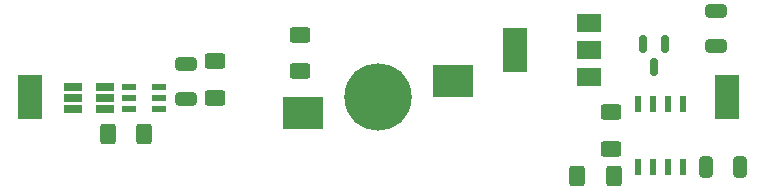
<source format=gbr>
%TF.GenerationSoftware,KiCad,Pcbnew,7.0.10*%
%TF.CreationDate,2024-10-13T16:46:53+02:00*%
%TF.ProjectId,Luz solar,4c757a20-736f-46c6-9172-2e6b69636164,rev?*%
%TF.SameCoordinates,Original*%
%TF.FileFunction,Paste,Top*%
%TF.FilePolarity,Positive*%
%FSLAX46Y46*%
G04 Gerber Fmt 4.6, Leading zero omitted, Abs format (unit mm)*
G04 Created by KiCad (PCBNEW 7.0.10) date 2024-10-13 16:46:53*
%MOMM*%
%LPD*%
G01*
G04 APERTURE LIST*
G04 Aperture macros list*
%AMRoundRect*
0 Rectangle with rounded corners*
0 $1 Rounding radius*
0 $2 $3 $4 $5 $6 $7 $8 $9 X,Y pos of 4 corners*
0 Add a 4 corners polygon primitive as box body*
4,1,4,$2,$3,$4,$5,$6,$7,$8,$9,$2,$3,0*
0 Add four circle primitives for the rounded corners*
1,1,$1+$1,$2,$3*
1,1,$1+$1,$4,$5*
1,1,$1+$1,$6,$7*
1,1,$1+$1,$8,$9*
0 Add four rect primitives between the rounded corners*
20,1,$1+$1,$2,$3,$4,$5,0*
20,1,$1+$1,$4,$5,$6,$7,0*
20,1,$1+$1,$6,$7,$8,$9,0*
20,1,$1+$1,$8,$9,$2,$3,0*%
G04 Aperture macros list end*
%ADD10R,0.600000X1.400000*%
%ADD11RoundRect,0.250000X-0.625000X0.400000X-0.625000X-0.400000X0.625000X-0.400000X0.625000X0.400000X0*%
%ADD12R,1.560000X0.650000*%
%ADD13R,2.000000X3.800000*%
%ADD14R,2.000000X1.500000*%
%ADD15RoundRect,0.250000X0.400000X0.625000X-0.400000X0.625000X-0.400000X-0.625000X0.400000X-0.625000X0*%
%ADD16RoundRect,0.250000X0.625000X-0.400000X0.625000X0.400000X-0.625000X0.400000X-0.625000X-0.400000X0*%
%ADD17R,3.500000X2.700000*%
%ADD18C,5.700000*%
%ADD19RoundRect,0.250000X0.650000X-0.325000X0.650000X0.325000X-0.650000X0.325000X-0.650000X-0.325000X0*%
%ADD20RoundRect,0.250000X-0.325000X-0.650000X0.325000X-0.650000X0.325000X0.650000X-0.325000X0.650000X0*%
%ADD21RoundRect,0.150000X-0.150000X0.587500X-0.150000X-0.587500X0.150000X-0.587500X0.150000X0.587500X0*%
%ADD22R,1.210000X0.590000*%
G04 APERTURE END LIST*
D10*
%TO.C,U1*%
X154432000Y-96934000D03*
X155702000Y-96934000D03*
X156972000Y-96934000D03*
X158242000Y-96934000D03*
X158242000Y-91534000D03*
X156972000Y-91534000D03*
X155702000Y-91534000D03*
X154432000Y-91534000D03*
%TD*%
D11*
%TO.C,R3*%
X125857000Y-85699000D03*
X125857000Y-88799000D03*
%TD*%
D12*
%TO.C,U4*%
X106650000Y-90100000D03*
X106650000Y-91050000D03*
X106650000Y-92000000D03*
X109350000Y-92000000D03*
X109350000Y-91050000D03*
X109350000Y-90100000D03*
%TD*%
D13*
%TO.C,TP4*%
X103000000Y-91000000D03*
%TD*%
D14*
%TO.C,U2*%
X150343000Y-89295000D03*
X150343000Y-86995000D03*
D13*
X144043000Y-86995000D03*
D14*
X150343000Y-84695000D03*
%TD*%
D15*
%TO.C,R4*%
X112675000Y-94107000D03*
X109575000Y-94107000D03*
%TD*%
D16*
%TO.C,R1*%
X152146000Y-95377000D03*
X152146000Y-92277000D03*
%TD*%
D17*
%TO.C,D1*%
X126150000Y-92350000D03*
X138850000Y-89650000D03*
D18*
X132500000Y-91000000D03*
%TD*%
D16*
%TO.C,R5*%
X118618000Y-91059000D03*
X118618000Y-87959000D03*
%TD*%
D19*
%TO.C,C3*%
X116205000Y-91137000D03*
X116205000Y-88187000D03*
%TD*%
D20*
%TO.C,C1*%
X160196000Y-96901000D03*
X163146000Y-96901000D03*
%TD*%
D19*
%TO.C,C2*%
X161036000Y-86614000D03*
X161036000Y-83664000D03*
%TD*%
D15*
%TO.C,R2*%
X152426000Y-97663000D03*
X149326000Y-97663000D03*
%TD*%
D21*
%TO.C,Q1*%
X156779000Y-86517000D03*
X154879000Y-86517000D03*
X155829000Y-88392000D03*
%TD*%
D22*
%TO.C,U3*%
X111394000Y-90109000D03*
X111394000Y-91059000D03*
X111394000Y-92009000D03*
X113904000Y-92009000D03*
X113904000Y-91059000D03*
X113904000Y-90109000D03*
%TD*%
D13*
%TO.C,TP3*%
X162000000Y-91000000D03*
%TD*%
M02*

</source>
